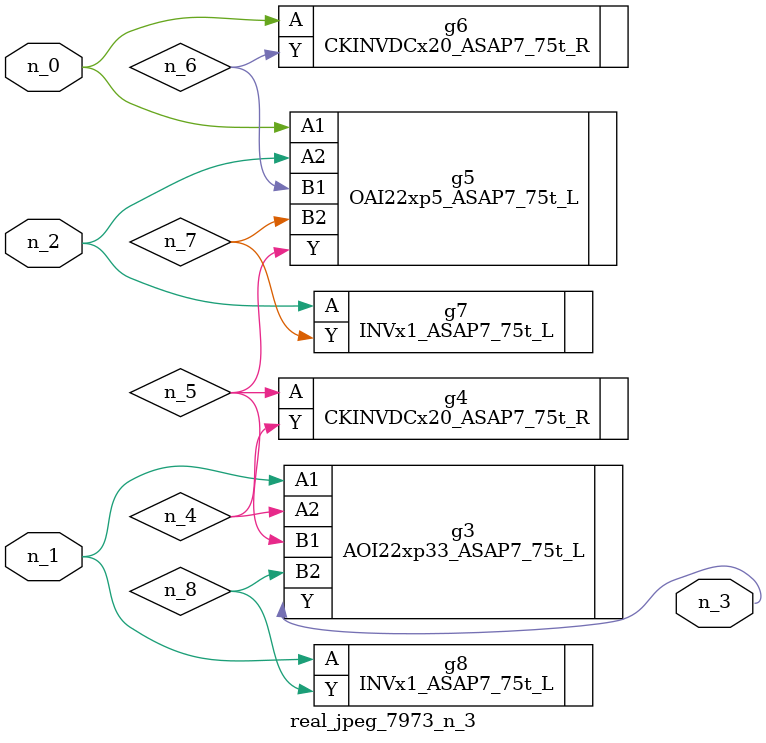
<source format=v>
module real_jpeg_7973_n_3 (n_1, n_0, n_2, n_3);

input n_1;
input n_0;
input n_2;

output n_3;

wire n_5;
wire n_4;
wire n_8;
wire n_6;
wire n_7;

OAI22xp5_ASAP7_75t_L g5 ( 
.A1(n_0),
.A2(n_2),
.B1(n_6),
.B2(n_7),
.Y(n_5)
);

CKINVDCx20_ASAP7_75t_R g6 ( 
.A(n_0),
.Y(n_6)
);

AOI22xp33_ASAP7_75t_L g3 ( 
.A1(n_1),
.A2(n_4),
.B1(n_5),
.B2(n_8),
.Y(n_3)
);

INVx1_ASAP7_75t_L g8 ( 
.A(n_1),
.Y(n_8)
);

INVx1_ASAP7_75t_L g7 ( 
.A(n_2),
.Y(n_7)
);

CKINVDCx20_ASAP7_75t_R g4 ( 
.A(n_5),
.Y(n_4)
);


endmodule
</source>
